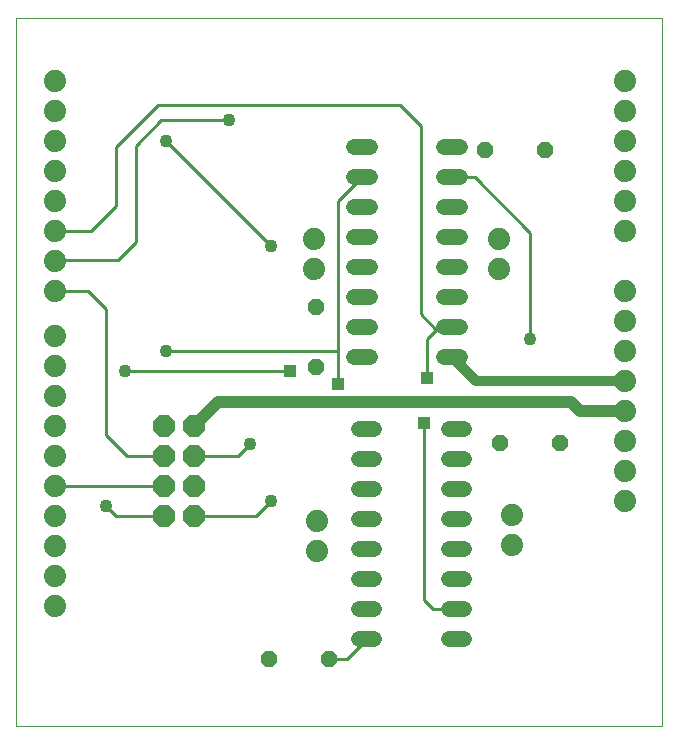
<source format=gtl>
G75*
%MOIN*%
%OFA0B0*%
%FSLAX25Y25*%
%IPPOS*%
%LPD*%
%AMOC8*
5,1,8,0,0,1.08239X$1,22.5*
%
%ADD10C,0.00000*%
%ADD11C,0.05200*%
%ADD12OC8,0.07400*%
%ADD13C,0.07400*%
%ADD14OC8,0.05200*%
%ADD15C,0.03200*%
%ADD16C,0.01000*%
%ADD17C,0.04356*%
%ADD18C,0.04000*%
%ADD19R,0.03962X0.03962*%
D10*
X0002214Y0062524D02*
X0002214Y0298744D01*
X0217550Y0298744D01*
X0217550Y0062524D01*
X0002214Y0062524D01*
D11*
X0114900Y0185524D02*
X0120100Y0185524D01*
X0120100Y0195524D02*
X0114900Y0195524D01*
X0114900Y0205524D02*
X0120100Y0205524D01*
X0120100Y0215524D02*
X0114900Y0215524D01*
X0114900Y0225524D02*
X0120100Y0225524D01*
X0120100Y0235524D02*
X0114900Y0235524D01*
X0114900Y0245524D02*
X0120100Y0245524D01*
X0120100Y0255524D02*
X0114900Y0255524D01*
X0144900Y0255524D02*
X0150100Y0255524D01*
X0150100Y0245524D02*
X0144900Y0245524D01*
X0144900Y0235524D02*
X0150100Y0235524D01*
X0150100Y0225524D02*
X0144900Y0225524D01*
X0144900Y0215524D02*
X0150100Y0215524D01*
X0150100Y0205524D02*
X0144900Y0205524D01*
X0144900Y0195524D02*
X0150100Y0195524D01*
X0150100Y0185524D02*
X0144900Y0185524D01*
X0146400Y0161524D02*
X0151600Y0161524D01*
X0151600Y0151524D02*
X0146400Y0151524D01*
X0146400Y0141524D02*
X0151600Y0141524D01*
X0151600Y0131524D02*
X0146400Y0131524D01*
X0146400Y0121524D02*
X0151600Y0121524D01*
X0151600Y0111524D02*
X0146400Y0111524D01*
X0146400Y0101524D02*
X0151600Y0101524D01*
X0151600Y0091524D02*
X0146400Y0091524D01*
X0121600Y0091524D02*
X0116400Y0091524D01*
X0116400Y0101524D02*
X0121600Y0101524D01*
X0121600Y0111524D02*
X0116400Y0111524D01*
X0116400Y0121524D02*
X0121600Y0121524D01*
X0121600Y0131524D02*
X0116400Y0131524D01*
X0116400Y0141524D02*
X0121600Y0141524D01*
X0121600Y0151524D02*
X0116400Y0151524D01*
X0116400Y0161524D02*
X0121600Y0161524D01*
D12*
X0061500Y0162524D03*
X0061500Y0152524D03*
X0061500Y0142524D03*
X0061500Y0132524D03*
X0051500Y0132524D03*
X0051500Y0142524D03*
X0051500Y0152524D03*
X0051500Y0162524D03*
D13*
X0015000Y0162524D03*
X0015000Y0172524D03*
X0015000Y0182524D03*
X0015000Y0192524D03*
X0015000Y0207524D03*
X0015000Y0217524D03*
X0015000Y0227524D03*
X0015000Y0237524D03*
X0015000Y0247524D03*
X0015000Y0257524D03*
X0015000Y0267524D03*
X0015000Y0277524D03*
X0101500Y0225024D03*
X0101500Y0215024D03*
X0163000Y0215024D03*
X0163000Y0225024D03*
X0205000Y0227524D03*
X0205000Y0237524D03*
X0205000Y0247524D03*
X0205000Y0257524D03*
X0205000Y0267524D03*
X0205000Y0277524D03*
X0205000Y0207524D03*
X0205000Y0197524D03*
X0205000Y0187524D03*
X0205000Y0177524D03*
X0205000Y0167524D03*
X0205000Y0157524D03*
X0205000Y0147524D03*
X0205000Y0137524D03*
X0167500Y0133024D03*
X0167500Y0123024D03*
X0102500Y0121024D03*
X0102500Y0131024D03*
X0015000Y0132524D03*
X0015000Y0142524D03*
X0015000Y0152524D03*
X0015000Y0122524D03*
X0015000Y0112524D03*
X0015000Y0102524D03*
D14*
X0086500Y0085024D03*
X0106500Y0085024D03*
X0163500Y0157024D03*
X0183500Y0157024D03*
X0178500Y0254524D03*
X0158500Y0254524D03*
X0102000Y0202424D03*
X0102000Y0182424D03*
D15*
X0147500Y0185524D02*
X0155500Y0177524D01*
X0205000Y0177524D01*
D16*
X0173500Y0191524D02*
X0173500Y0227024D01*
X0155000Y0245524D01*
X0147500Y0245524D01*
X0137000Y0262524D02*
X0130000Y0269524D01*
X0049500Y0269524D01*
X0035500Y0255524D01*
X0035500Y0236024D01*
X0027000Y0227524D01*
X0015000Y0227524D01*
X0015500Y0218024D02*
X0036000Y0218024D01*
X0042000Y0224024D01*
X0042000Y0256024D01*
X0050500Y0264524D01*
X0073000Y0264524D01*
X0052000Y0257524D02*
X0087000Y0222524D01*
X0109500Y0237524D02*
X0117500Y0245524D01*
X0109500Y0237524D02*
X0109500Y0187524D01*
X0109500Y0176524D01*
X0109500Y0187524D02*
X0052000Y0187524D01*
X0038500Y0181024D02*
X0093500Y0181024D01*
X0080000Y0156524D02*
X0076000Y0152524D01*
X0061500Y0152524D01*
X0051500Y0152524D02*
X0039000Y0152524D01*
X0032000Y0159524D01*
X0032000Y0201524D01*
X0026000Y0207524D01*
X0015000Y0207524D01*
X0015000Y0142524D02*
X0051500Y0142524D01*
X0051500Y0132524D02*
X0035500Y0132524D01*
X0032000Y0136024D01*
X0061500Y0132524D02*
X0082000Y0132524D01*
X0087000Y0137524D01*
X0119000Y0091524D02*
X0112500Y0085024D01*
X0106500Y0085024D01*
X0138000Y0104524D02*
X0138000Y0163524D01*
X0139000Y0178524D02*
X0139000Y0191524D01*
X0142250Y0194774D01*
X0137000Y0200024D01*
X0137000Y0262524D01*
X0143000Y0195524D02*
X0147500Y0195524D01*
X0143000Y0195524D02*
X0142250Y0194774D01*
X0138000Y0104524D02*
X0141000Y0101524D01*
X0149000Y0101524D01*
D17*
X0087000Y0137524D03*
X0080000Y0156524D03*
X0052000Y0187524D03*
X0038500Y0181024D03*
X0032000Y0136024D03*
X0087000Y0222524D03*
X0073000Y0264524D03*
X0052000Y0257524D03*
X0173500Y0191524D03*
D18*
X0187000Y0170524D02*
X0069500Y0170524D01*
X0061500Y0162524D01*
X0187000Y0170524D02*
X0190000Y0167524D01*
X0205000Y0167524D01*
D19*
X0139000Y0178524D03*
X0138000Y0163524D03*
X0109500Y0176524D03*
X0093500Y0181024D03*
X0015500Y0218024D03*
M02*

</source>
